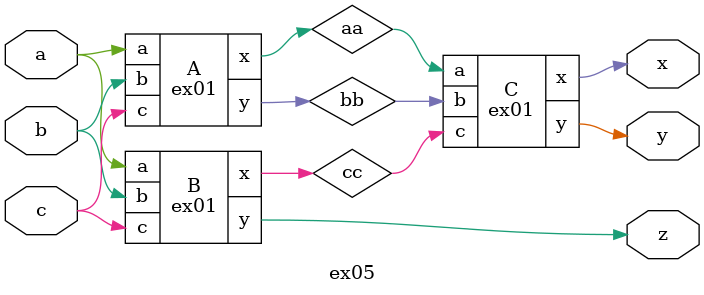
<source format=sv>
module ex01(input a, b, c, output x, y);
    assign x = ~(a | b) | (b & c);
    assign y = (b & c) ^ c;
endmodule

module ex05(input a, b, c, output x, y, z);
    wire aa, bb, cc;
    ex01 A(a, b, c, aa, bb);
    ex01 B(a, b, c, cc, z);
    ex01 C(aa, bb, cc, x, y);
endmodule
</source>
